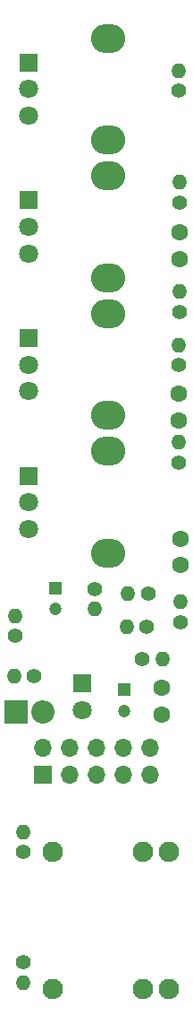
<source format=gbr>
%TF.GenerationSoftware,KiCad,Pcbnew,8.0.0*%
%TF.CreationDate,2024-04-08T18:28:55+02:00*%
%TF.ProjectId,feitw,66656974-772e-46b6-9963-61645f706362,rev?*%
%TF.SameCoordinates,Original*%
%TF.FileFunction,Soldermask,Top*%
%TF.FilePolarity,Negative*%
%FSLAX46Y46*%
G04 Gerber Fmt 4.6, Leading zero omitted, Abs format (unit mm)*
G04 Created by KiCad (PCBNEW 8.0.0) date 2024-04-08 18:28:55*
%MOMM*%
%LPD*%
G01*
G04 APERTURE LIST*
%ADD10C,1.930400*%
%ADD11O,3.240000X2.720000*%
%ADD12R,1.800000X1.800000*%
%ADD13C,1.800000*%
%ADD14C,1.600000*%
%ADD15C,1.400000*%
%ADD16O,1.400000X1.400000*%
%ADD17R,1.700000X1.700000*%
%ADD18O,1.700000X1.700000*%
%ADD19R,1.200000X1.200000*%
%ADD20C,1.200000*%
%ADD21R,2.200000X2.200000*%
%ADD22O,2.200000X2.200000*%
G04 APERTURE END LIST*
D10*
%TO.C,J1*%
X155765800Y-165000000D03*
X144793000Y-165000000D03*
X153352800Y-165000000D03*
%TD*%
%TO.C,J3*%
X155765800Y-152000000D03*
X144793000Y-152000000D03*
X153352800Y-152000000D03*
%TD*%
D11*
%TO.C,RV2*%
X150000000Y-88200000D03*
X150000000Y-97800000D03*
D12*
X142500000Y-90500000D03*
D13*
X142500000Y-93000000D03*
X142500000Y-95500000D03*
%TD*%
D11*
%TO.C,RV3*%
X150000000Y-101200000D03*
X150000000Y-110800000D03*
D12*
X142500000Y-103500000D03*
D13*
X142500000Y-106000000D03*
X142500000Y-108500000D03*
%TD*%
D11*
%TO.C,RV1*%
X150000000Y-75200000D03*
X150000000Y-84800000D03*
D12*
X142500000Y-77500000D03*
D13*
X142500000Y-80000000D03*
X142500000Y-82500000D03*
%TD*%
D11*
%TO.C,RV4*%
X150000000Y-114200000D03*
X150000000Y-123800000D03*
D12*
X142500000Y-116500000D03*
D13*
X142500000Y-119000000D03*
X142500000Y-121500000D03*
%TD*%
D14*
%TO.C,C4*%
X156900000Y-122450000D03*
X156900000Y-124950000D03*
%TD*%
D15*
%TO.C,R3*%
X143005000Y-135400000D03*
D16*
X141105000Y-135400000D03*
%TD*%
D15*
%TO.C,R9*%
X153295000Y-133800000D03*
D16*
X155195000Y-133800000D03*
%TD*%
D15*
%TO.C,R1*%
X156700000Y-80145000D03*
D16*
X156700000Y-78245000D03*
%TD*%
D17*
%TO.C,J2*%
X143876000Y-144762000D03*
D18*
X143876000Y-142222000D03*
X146416000Y-144762000D03*
X146416000Y-142222000D03*
X148956000Y-144762000D03*
X148956000Y-142222000D03*
X151496000Y-144762000D03*
X151496000Y-142222000D03*
X154036000Y-144762000D03*
X154036000Y-142222000D03*
%TD*%
D15*
%TO.C,R12*%
X142000000Y-162455000D03*
D16*
X142000000Y-164355000D03*
%TD*%
D19*
%TO.C,C6*%
X145000000Y-127100000D03*
D20*
X145000000Y-129100000D03*
%TD*%
D15*
%TO.C,R14*%
X141200000Y-131605000D03*
D16*
X141200000Y-129705000D03*
%TD*%
D14*
%TO.C,C7*%
X155100000Y-139050000D03*
X155100000Y-136550000D03*
%TD*%
%TO.C,C5*%
X156700000Y-108750000D03*
X156700000Y-111250000D03*
%TD*%
D21*
%TO.C,D1*%
X141328234Y-138800000D03*
D22*
X143868234Y-138800000D03*
%TD*%
D14*
%TO.C,C1*%
X156800000Y-96050000D03*
X156800000Y-93550000D03*
%TD*%
D12*
%TO.C,D3*%
X147600000Y-136125000D03*
D13*
X147600000Y-138665000D03*
%TD*%
D15*
%TO.C,R8*%
X148795000Y-127195000D03*
D16*
X148795000Y-129095000D03*
%TD*%
D15*
%TO.C,R7*%
X156900000Y-130305000D03*
D16*
X156900000Y-128405000D03*
%TD*%
D19*
%TO.C,C2*%
X151600000Y-136727401D03*
D20*
X151600000Y-138727401D03*
%TD*%
D15*
%TO.C,R13*%
X156800000Y-90705000D03*
D16*
X156800000Y-88805000D03*
%TD*%
D15*
%TO.C,R11*%
X153700000Y-130800000D03*
D16*
X151800000Y-130800000D03*
%TD*%
D15*
%TO.C,R15*%
X156800000Y-101005000D03*
D16*
X156800000Y-99105000D03*
%TD*%
D15*
%TO.C,R5*%
X156700000Y-115245000D03*
D16*
X156700000Y-113345000D03*
%TD*%
D15*
%TO.C,R6*%
X153805000Y-127600000D03*
D16*
X151905000Y-127600000D03*
%TD*%
D15*
%TO.C,R2*%
X156700000Y-106040000D03*
D16*
X156700000Y-104140000D03*
%TD*%
D15*
%TO.C,R10*%
X142000000Y-152045000D03*
D16*
X142000000Y-150145000D03*
%TD*%
M02*

</source>
